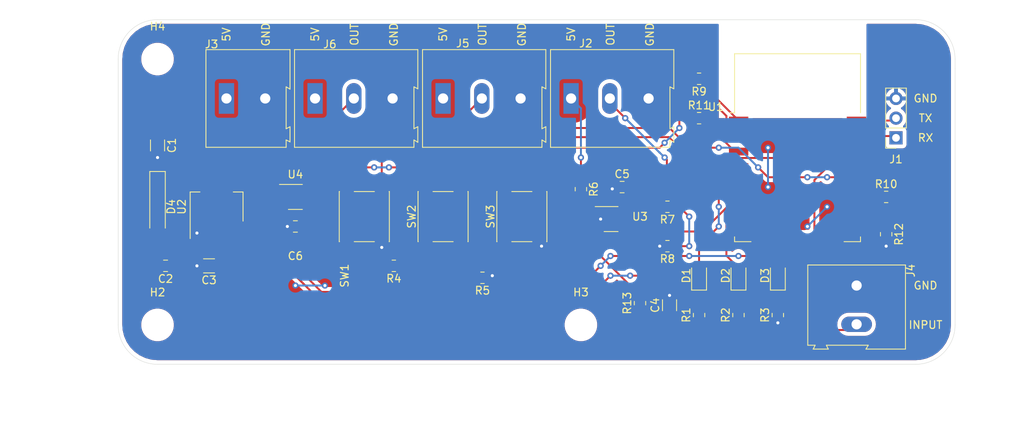
<source format=kicad_pcb>
(kicad_pcb (version 20171130) (host pcbnew 5.1.9-73d0e3b20d~88~ubuntu20.04.1)
  (layers (0 F.Cu signal) (31 B.Cu signal) (34 B.Paste user) (35 F.Paste user) (36 B.SilkS user) (37 F.SilkS user) (38 B.Mask user) (39 F.Mask user) (44 Edge.Cuts user))
  (net 0 "")
  (net 1 GND)
  (net 2 +5V)
  (net 3 +3V3)
  (net 4 "Net-(C4-Pad1)")
  (net 5 /STATE_LED1)
  (net 6 "Net-(D1-Pad1)")
  (net 7 /STATE_LED2)
  (net 8 "Net-(D2-Pad1)")
  (net 9 /STATE_LED3)
  (net 10 "Net-(D3-Pad1)")
  (net 11 "Net-(J1-Pad2)")
  (net 12 "Net-(J1-Pad1)")
  (net 13 "Net-(J2-Pad2)")
  (net 14 "Net-(J4-Pad2)")
  (net 15 "Net-(J5-Pad2)")
  (net 16 "Net-(J6-Pad2)")
  (net 17 /FLASH_BTN)
  (net 18 /MEM_RST)
  (net 19 "Net-(R7-Pad2)")
  (net 20 /PWR_BTN)
  (net 21 /RESET)
  (net 22 "Net-(R10-Pad1)")
  (net 23 "Net-(R11-Pad2)")
  (net 24 "Net-(R12-Pad1)")
  (net 25 "Net-(U1-Pad14)")
  (net 26 "Net-(U1-Pad13)")
  (net 27 "Net-(U1-Pad12)")
  (net 28 "Net-(U1-Pad11)")
  (net 29 "Net-(U1-Pad10)")
  (net 30 "Net-(U1-Pad9)")
  (net 31 /LED_OUTPUT_PIN)
  (net 32 "Net-(U1-Pad2)")
  (module TerminalBlock:TerminalBlock_Altech_AK300-2_P5.00mm (layer F.Cu) (at 74.93 53.34)
    (fp_text reference J3 (at -1.92 -6.99) (layer F.SilkS))
    (fp_text value 5V_POWER_INPUT)
    (pad 2 thru_hole oval (at 5 0) (size 1.98 3.96) (drill 1.32) (layers *.Cu *.Mask) (net 1 GND))
    (pad 1 thru_hole rect (at 0 0) (size 1.98 3.96) (drill 1.32) (layers *.Cu *.Mask) (net 2 +5V))
  )
  (module Resistor_SMD:R_0805_2012Metric_Pad1.20x1.40mm_HandSolder (layer F.Cu) (at 128.27 79.74 90)
    (fp_text reference R13 (at 0 -1.65 90) (layer F.SilkS))
    (fp_text value 2k)
    (pad 2 smd roundrect (at 1 0 90) (size 1.2 1.4) (layers F.Cu F.Paste F.Mask) (roundrect_rratio 0.208333) (net 4 "Net-(C4-Pad1)"))
    (pad 1 smd roundrect (at -1 0 90) (size 1.2 1.4) (layers F.Cu F.Paste F.Mask) (roundrect_rratio 0.208333) (net 14 "Net-(J4-Pad2)"))
  )
  (module Capacitor_SMD:C_0805_2012Metric_Pad1.18x1.45mm_HandSolder (layer F.Cu) (at 83.82 69.85)
    (fp_text reference C6 (at 0 3.81) (layer F.SilkS))
    (fp_text value 150nF)
    (pad 2 smd roundrect (at 1.0375 0) (size 1.175 1.45) (layers F.Cu F.Paste F.Mask) (roundrect_rratio 0.212766) (net 2 +5V))
    (pad 1 smd roundrect (at -1.0375 0) (size 1.175 1.45) (layers F.Cu F.Paste F.Mask) (roundrect_rratio 0.212766) (net 1 GND))
  )
  (module MountingHole:MountingHole_3.2mm_M3 (layer F.Cu) (at 66.04 48.26)
    (fp_text reference H4 (at 0 -4.2) (layer F.SilkS))
    (fp_text value MountingHole)
    (pad 1 np_thru_hole circle (at 0 0) (size 3.2 3.2) (drill 3.2) (layers *.Cu *.Mask))
  )
  (module MountingHole:MountingHole_3.2mm_M3 (layer F.Cu) (at 120.65 82.55)
    (fp_text reference H3 (at 0 -4.2) (layer F.SilkS))
    (fp_text value MountingHole)
    (pad 1 np_thru_hole circle (at 0 0) (size 3.2 3.2) (drill 3.2) (layers *.Cu *.Mask))
  )
  (module MountingHole:MountingHole_3.2mm_M3 (layer F.Cu) (at 66.04 82.55)
    (fp_text reference H2 (at 0 -4.2) (layer F.SilkS))
    (fp_text value MountingHole)
    (pad 1 np_thru_hole circle (at 0 0) (size 3.2 3.2) (drill 3.2) (layers *.Cu *.Mask))
  )
  (module Package_TO_SOT_SMD:SOT-23-6_Handsoldering (layer F.Cu) (at 83.82 66.04)
    (fp_text reference U4 (at 0 -2.9) (layer F.SilkS))
    (fp_text value 74LVC2G17)
    (pad 5 smd rect (at 1.35 0) (size 1.56 0.65) (layers F.Cu F.Paste F.Mask) (net 2 +5V))
    (pad 6 smd rect (at 1.35 -0.95) (size 1.56 0.65) (layers F.Cu F.Paste F.Mask) (net 16 "Net-(J6-Pad2)"))
    (pad 4 smd rect (at 1.35 0.95) (size 1.56 0.65) (layers F.Cu F.Paste F.Mask) (net 15 "Net-(J5-Pad2)"))
    (pad 3 smd rect (at -1.35 0.95) (size 1.56 0.65) (layers F.Cu F.Paste F.Mask) (net 28 "Net-(U1-Pad11)"))
    (pad 2 smd rect (at -1.35 0) (size 1.56 0.65) (layers F.Cu F.Paste F.Mask) (net 1 GND))
    (pad 1 smd rect (at -1.35 -0.95) (size 1.56 0.65) (layers F.Cu F.Paste F.Mask) (net 27 "Net-(U1-Pad12)"))
  )
  (module Package_TO_SOT_SMD:SOT-23-6_Handsoldering (layer F.Cu) (at 124.54 68.9)
    (fp_text reference U3 (at 3.73 -0.32) (layer F.SilkS))
    (fp_text value 74LVC2G17)
    (pad 5 smd rect (at 1.35 0) (size 1.56 0.65) (layers F.Cu F.Paste F.Mask) (net 2 +5V))
    (pad 6 smd rect (at 1.35 -0.95) (size 1.56 0.65) (layers F.Cu F.Paste F.Mask) (net 19 "Net-(R7-Pad2)"))
    (pad 4 smd rect (at 1.35 0.95) (size 1.56 0.65) (layers F.Cu F.Paste F.Mask) (net 13 "Net-(J2-Pad2)"))
    (pad 3 smd rect (at -1.35 0.95) (size 1.56 0.65) (layers F.Cu F.Paste F.Mask) (net 31 /LED_OUTPUT_PIN))
    (pad 2 smd rect (at -1.35 0) (size 1.56 0.65) (layers F.Cu F.Paste F.Mask) (net 1 GND))
    (pad 1 smd rect (at -1.35 -0.95) (size 1.56 0.65) (layers F.Cu F.Paste F.Mask) (net 4 "Net-(C4-Pad1)"))
  )
  (module Package_TO_SOT_SMD:SOT-223-3_TabPin2 (layer F.Cu) (at 73.66 67.31 90)
    (fp_text reference U2 (at 0 -4.5 90) (layer F.SilkS))
    (fp_text value AMS1117-3.3)
    (pad 2 smd rect (at 3.15 0 90) (size 2 3.8) (layers F.Cu F.Paste F.Mask) (net 3 +3V3))
    (pad 2 smd rect (at -3.15 0 90) (size 2 1.5) (layers F.Cu F.Paste F.Mask) (net 3 +3V3))
    (pad 3 smd rect (at -3.15 2.3 90) (size 2 1.5) (layers F.Cu F.Paste F.Mask) (net 2 +5V))
    (pad 1 smd rect (at -3.15 -2.3 90) (size 2 1.5) (layers F.Cu F.Paste F.Mask) (net 1 GND))
  )
  (module RF_Module:ESP-12E (layer F.Cu) (at 148.59 59.69)
    (fp_text reference U1 (at -10.56 -5.26) (layer F.SilkS))
    (fp_text value ESP-12E)
    (pad 22 smd rect (at 7.6 -3.5) (size 2.5 1) (layers F.Cu F.Paste F.Mask) (net 11 "Net-(J1-Pad2)"))
    (pad 21 smd rect (at 7.6 -1.5) (size 2.5 1) (layers F.Cu F.Paste F.Mask) (net 12 "Net-(J1-Pad1)"))
    (pad 20 smd rect (at 7.6 0.5) (size 2.5 1) (layers F.Cu F.Paste F.Mask) (net 18 /MEM_RST))
    (pad 19 smd rect (at 7.6 2.5) (size 2.5 1) (layers F.Cu F.Paste F.Mask) (net 9 /STATE_LED3))
    (pad 18 smd rect (at 7.6 4.5) (size 2.5 1) (layers F.Cu F.Paste F.Mask) (net 17 /FLASH_BTN))
    (pad 17 smd rect (at 7.6 6.5) (size 2.5 1) (layers F.Cu F.Paste F.Mask) (net 22 "Net-(R10-Pad1)"))
    (pad 16 smd rect (at 7.6 8.5) (size 2.5 1) (layers F.Cu F.Paste F.Mask) (net 24 "Net-(R12-Pad1)"))
    (pad 15 smd rect (at 7.6 10.5) (size 2.5 1) (layers F.Cu F.Paste F.Mask) (net 1 GND))
    (pad 14 smd rect (at 5 12) (size 1 1.8) (layers F.Cu F.Paste F.Mask) (net 25 "Net-(U1-Pad14)"))
    (pad 13 smd rect (at 3 12) (size 1 1.8) (layers F.Cu F.Paste F.Mask) (net 26 "Net-(U1-Pad13)"))
    (pad 12 smd rect (at 1 12) (size 1 1.8) (layers F.Cu F.Paste F.Mask) (net 27 "Net-(U1-Pad12)"))
    (pad 11 smd rect (at -1 12) (size 1 1.8) (layers F.Cu F.Paste F.Mask) (net 28 "Net-(U1-Pad11)"))
    (pad 10 smd rect (at -3 12) (size 1 1.8) (layers F.Cu F.Paste F.Mask) (net 29 "Net-(U1-Pad10)"))
    (pad 9 smd rect (at -5 12) (size 1 1.8) (layers F.Cu F.Paste F.Mask) (net 30 "Net-(U1-Pad9)"))
    (pad 8 smd rect (at -7.6 10.5) (size 2.5 1) (layers F.Cu F.Paste F.Mask) (net 3 +3V3))
    (pad 7 smd rect (at -7.6 8.5) (size 2.5 1) (layers F.Cu F.Paste F.Mask) (net 7 /STATE_LED2))
    (pad 6 smd rect (at -7.6 6.5) (size 2.5 1) (layers F.Cu F.Paste F.Mask) (net 31 /LED_OUTPUT_PIN))
    (pad 5 smd rect (at -7.6 4.5) (size 2.5 1) (layers F.Cu F.Paste F.Mask) (net 5 /STATE_LED1))
    (pad 4 smd rect (at -7.6 2.5) (size 2.5 1) (layers F.Cu F.Paste F.Mask) (net 20 /PWR_BTN))
    (pad 3 smd rect (at -7.6 0.5) (size 2.5 1) (layers F.Cu F.Paste F.Mask) (net 23 "Net-(R11-Pad2)"))
    (pad 2 smd rect (at -7.6 -1.5) (size 2.5 1) (layers F.Cu F.Paste F.Mask) (net 32 "Net-(U1-Pad2)"))
    (pad 1 smd rect (at -7.6 -3.5) (size 2.5 1) (layers F.Cu F.Paste F.Mask) (net 21 /RESET))
  )
  (module Button_Switch_SMD:SW_Push_1P1T_NO_6x6mm_H9.5mm (layer F.Cu) (at 113.03 68.58 90)
    (fp_text reference SW3 (at 0 -4.05 90) (layer F.SilkS))
    (fp_text value SW_Push)
    (pad 2 smd rect (at 3.975 2.25 90) (size 1.55 1.3) (layers F.Cu F.Paste F.Mask) (net 1 GND))
    (pad 1 smd rect (at 3.975 -2.25 90) (size 1.55 1.3) (layers F.Cu F.Paste F.Mask) (net 21 /RESET))
    (pad 1 smd rect (at -3.975 -2.25 90) (size 1.55 1.3) (layers F.Cu F.Paste F.Mask) (net 21 /RESET))
    (pad 2 smd rect (at -3.975 2.25 90) (size 1.55 1.3) (layers F.Cu F.Paste F.Mask) (net 1 GND))
  )
  (module Button_Switch_SMD:SW_Push_1P1T_NO_6x6mm_H9.5mm (layer F.Cu) (at 102.87 68.58 90)
    (fp_text reference SW2 (at 0 -4.05 90) (layer F.SilkS))
    (fp_text value SW_Push)
    (pad 2 smd rect (at 3.975 2.25 90) (size 1.55 1.3) (layers F.Cu F.Paste F.Mask) (net 18 /MEM_RST))
    (pad 1 smd rect (at 3.975 -2.25 90) (size 1.55 1.3) (layers F.Cu F.Paste F.Mask) (net 3 +3V3))
    (pad 1 smd rect (at -3.975 -2.25 90) (size 1.55 1.3) (layers F.Cu F.Paste F.Mask) (net 3 +3V3))
    (pad 2 smd rect (at -3.975 2.25 90) (size 1.55 1.3) (layers F.Cu F.Paste F.Mask) (net 18 /MEM_RST))
  )
  (module Button_Switch_SMD:SW_Push_1P1T_NO_6x6mm_H9.5mm (layer F.Cu) (at 92.71 68.58 90)
    (fp_text reference SW1 (at -7.62 -2.54 90) (layer F.SilkS))
    (fp_text value SW_Push)
    (pad 2 smd rect (at 3.975 2.25 90) (size 1.55 1.3) (layers F.Cu F.Paste F.Mask) (net 1 GND))
    (pad 1 smd rect (at 3.975 -2.25 90) (size 1.55 1.3) (layers F.Cu F.Paste F.Mask) (net 17 /FLASH_BTN))
    (pad 1 smd rect (at -3.975 -2.25 90) (size 1.55 1.3) (layers F.Cu F.Paste F.Mask) (net 17 /FLASH_BTN))
    (pad 2 smd rect (at -3.975 2.25 90) (size 1.55 1.3) (layers F.Cu F.Paste F.Mask) (net 1 GND))
  )
  (module Resistor_SMD:R_0805_2012Metric_Pad1.20x1.40mm_HandSolder (layer F.Cu) (at 160.02 70.85 270)
    (fp_text reference R12 (at 0 -1.65 90) (layer F.SilkS))
    (fp_text value 10k)
    (pad 2 smd roundrect (at 1 0 270) (size 1.2 1.4) (layers F.Cu F.Paste F.Mask) (roundrect_rratio 0.208333) (net 1 GND))
    (pad 1 smd roundrect (at -1 0 270) (size 1.2 1.4) (layers F.Cu F.Paste F.Mask) (roundrect_rratio 0.208333) (net 24 "Net-(R12-Pad1)"))
  )
  (module Resistor_SMD:R_0805_2012Metric_Pad1.20x1.40mm_HandSolder (layer F.Cu) (at 135.89 55.88)
    (fp_text reference R11 (at 0 -1.65) (layer F.SilkS))
    (fp_text value 10k)
    (pad 2 smd roundrect (at 1 0) (size 1.2 1.4) (layers F.Cu F.Paste F.Mask) (roundrect_rratio 0.208333) (net 23 "Net-(R11-Pad2)"))
    (pad 1 smd roundrect (at -1 0) (size 1.2 1.4) (layers F.Cu F.Paste F.Mask) (roundrect_rratio 0.208333) (net 3 +3V3))
  )
  (module Resistor_SMD:R_0805_2012Metric_Pad1.20x1.40mm_HandSolder (layer F.Cu) (at 160.02 66.04)
    (fp_text reference R10 (at 0 -1.65) (layer F.SilkS))
    (fp_text value 10k)
    (pad 2 smd roundrect (at 1 0) (size 1.2 1.4) (layers F.Cu F.Paste F.Mask) (roundrect_rratio 0.208333) (net 3 +3V3))
    (pad 1 smd roundrect (at -1 0) (size 1.2 1.4) (layers F.Cu F.Paste F.Mask) (roundrect_rratio 0.208333) (net 22 "Net-(R10-Pad1)"))
  )
  (module Resistor_SMD:R_0805_2012Metric_Pad1.20x1.40mm_HandSolder (layer F.Cu) (at 135.89 50.8 180)
    (fp_text reference R9 (at 0 -1.65) (layer F.SilkS))
    (fp_text value 10k)
    (pad 2 smd roundrect (at 1 0 180) (size 1.2 1.4) (layers F.Cu F.Paste F.Mask) (roundrect_rratio 0.208333) (net 3 +3V3))
    (pad 1 smd roundrect (at -1 0 180) (size 1.2 1.4) (layers F.Cu F.Paste F.Mask) (roundrect_rratio 0.208333) (net 21 /RESET))
  )
  (module Resistor_SMD:R_0805_2012Metric_Pad1.20x1.40mm_HandSolder (layer F.Cu) (at 131.81 72.39 180)
    (fp_text reference R8 (at 0 -1.65) (layer F.SilkS))
    (fp_text value 10k)
    (pad 2 smd roundrect (at 1 0 180) (size 1.2 1.4) (layers F.Cu F.Paste F.Mask) (roundrect_rratio 0.208333) (net 1 GND))
    (pad 1 smd roundrect (at -1 0 180) (size 1.2 1.4) (layers F.Cu F.Paste F.Mask) (roundrect_rratio 0.208333) (net 20 /PWR_BTN))
  )
  (module Resistor_SMD:R_0805_2012Metric_Pad1.20x1.40mm_HandSolder (layer F.Cu) (at 131.81 67.31 180)
    (fp_text reference R7 (at 0 -1.65) (layer F.SilkS))
    (fp_text value 5.1k)
    (pad 2 smd roundrect (at 1 0 180) (size 1.2 1.4) (layers F.Cu F.Paste F.Mask) (roundrect_rratio 0.208333) (net 19 "Net-(R7-Pad2)"))
    (pad 1 smd roundrect (at -1 0 180) (size 1.2 1.4) (layers F.Cu F.Paste F.Mask) (roundrect_rratio 0.208333) (net 20 /PWR_BTN))
  )
  (module Resistor_SMD:R_0805_2012Metric_Pad1.20x1.40mm_HandSolder (layer F.Cu) (at 120.65 65.04 270)
    (fp_text reference R6 (at 0 -1.65 90) (layer F.SilkS))
    (fp_text value 20k)
    (pad 2 smd roundrect (at 1 0 270) (size 1.2 1.4) (layers F.Cu F.Paste F.Mask) (roundrect_rratio 0.208333) (net 4 "Net-(C4-Pad1)"))
    (pad 1 smd roundrect (at -1 0 270) (size 1.2 1.4) (layers F.Cu F.Paste F.Mask) (roundrect_rratio 0.208333) (net 2 +5V))
  )
  (module Resistor_SMD:R_0805_2012Metric_Pad1.20x1.40mm_HandSolder (layer F.Cu) (at 107.95 76.47 180)
    (fp_text reference R5 (at 0 -1.65) (layer F.SilkS))
    (fp_text value 10K)
    (pad 2 smd roundrect (at 1 0 180) (size 1.2 1.4) (layers F.Cu F.Paste F.Mask) (roundrect_rratio 0.208333) (net 18 /MEM_RST))
    (pad 1 smd roundrect (at -1 0 180) (size 1.2 1.4) (layers F.Cu F.Paste F.Mask) (roundrect_rratio 0.208333) (net 1 GND))
  )
  (module Resistor_SMD:R_0805_2012Metric_Pad1.20x1.40mm_HandSolder (layer F.Cu) (at 96.52 74.93 180)
    (fp_text reference R4 (at 0 -1.65) (layer F.SilkS))
    (fp_text value 10K)
    (pad 2 smd roundrect (at 1 0 180) (size 1.2 1.4) (layers F.Cu F.Paste F.Mask) (roundrect_rratio 0.208333) (net 17 /FLASH_BTN))
    (pad 1 smd roundrect (at -1 0 180) (size 1.2 1.4) (layers F.Cu F.Paste F.Mask) (roundrect_rratio 0.208333) (net 3 +3V3))
  )
  (module Resistor_SMD:R_0805_2012Metric_Pad1.20x1.40mm_HandSolder (layer F.Cu) (at 146.05 81.28 90)
    (fp_text reference R3 (at 0 -1.65 90) (layer F.SilkS))
    (fp_text value 150R)
    (pad 2 smd roundrect (at 1 0 90) (size 1.2 1.4) (layers F.Cu F.Paste F.Mask) (roundrect_rratio 0.208333) (net 10 "Net-(D3-Pad1)"))
    (pad 1 smd roundrect (at -1 0 90) (size 1.2 1.4) (layers F.Cu F.Paste F.Mask) (roundrect_rratio 0.208333) (net 1 GND))
  )
  (module Resistor_SMD:R_0805_2012Metric_Pad1.20x1.40mm_HandSolder (layer F.Cu) (at 140.97 81.28 90)
    (fp_text reference R2 (at 0 -1.65 90) (layer F.SilkS))
    (fp_text value 150R)
    (pad 2 smd roundrect (at 1 0 90) (size 1.2 1.4) (layers F.Cu F.Paste F.Mask) (roundrect_rratio 0.208333) (net 8 "Net-(D2-Pad1)"))
    (pad 1 smd roundrect (at -1 0 90) (size 1.2 1.4) (layers F.Cu F.Paste F.Mask) (roundrect_rratio 0.208333) (net 1 GND))
  )
  (module Resistor_SMD:R_0805_2012Metric_Pad1.20x1.40mm_HandSolder (layer F.Cu) (at 135.89 81.28 90)
    (fp_text reference R1 (at 0 -1.65 90) (layer F.SilkS))
    (fp_text value 150R)
    (pad 2 smd roundrect (at 1 0 90) (size 1.2 1.4) (layers F.Cu F.Paste F.Mask) (roundrect_rratio 0.208333) (net 6 "Net-(D1-Pad1)"))
    (pad 1 smd roundrect (at -1 0 90) (size 1.2 1.4) (layers F.Cu F.Paste F.Mask) (roundrect_rratio 0.208333) (net 1 GND))
  )
  (module TerminalBlock:TerminalBlock_Altech_AK300-3_P5.00mm (layer F.Cu) (at 86.36 53.34)
    (fp_text reference J6 (at 1.905 -6.985) (layer F.SilkS))
    (fp_text value LED_STRIP_OUTPUT2)
    (pad 3 thru_hole oval (at 10 0) (size 1.98 3.96) (drill 1.32) (layers *.Cu *.Mask) (net 1 GND))
    (pad 2 thru_hole oval (at 5 0) (size 1.98 3.96) (drill 1.32) (layers *.Cu *.Mask) (net 16 "Net-(J6-Pad2)"))
    (pad 1 thru_hole rect (at 0 0) (size 1.98 3.96) (drill 1.32) (layers *.Cu *.Mask) (net 2 +5V))
  )
  (module TerminalBlock:TerminalBlock_Altech_AK300-3_P5.00mm (layer F.Cu) (at 102.87 53.34)
    (fp_text reference J5 (at 2.54 -7.1) (layer F.SilkS))
    (fp_text value LED_STRIP_OUTPUT1)
    (pad 3 thru_hole oval (at 10 0) (size 1.98 3.96) (drill 1.32) (layers *.Cu *.Mask) (net 1 GND))
    (pad 2 thru_hole oval (at 5 0) (size 1.98 3.96) (drill 1.32) (layers *.Cu *.Mask) (net 15 "Net-(J5-Pad2)"))
    (pad 1 thru_hole rect (at 0 0) (size 1.98 3.96) (drill 1.32) (layers *.Cu *.Mask) (net 2 +5V))
  )
  (module TerminalBlock:TerminalBlock_Altech_AK300-2_P5.00mm (layer F.Cu) (at 156.21 77.47 270)
    (fp_text reference J4 (at -1.92 -6.99 90) (layer F.SilkS))
    (fp_text value PWR_BTN)
    (pad 2 thru_hole oval (at 5 0 270) (size 1.98 3.96) (drill 1.32) (layers *.Cu *.Mask) (net 14 "Net-(J4-Pad2)"))
    (pad 1 thru_hole rect (at 0 0 270) (size 1.98 3.96) (drill 1.32) (layers *.Cu *.Mask) (net 1 GND))
  )
  (module TerminalBlock:TerminalBlock_Altech_AK300-3_P5.00mm (layer F.Cu) (at 119.38 53.34)
    (fp_text reference J2 (at 1.905 -7.1) (layer F.SilkS))
    (fp_text value LED_STRIP_OUTPUT0)
    (pad 3 thru_hole oval (at 10 0) (size 1.98 3.96) (drill 1.32) (layers *.Cu *.Mask) (net 1 GND))
    (pad 2 thru_hole oval (at 5 0) (size 1.98 3.96) (drill 1.32) (layers *.Cu *.Mask) (net 13 "Net-(J2-Pad2)"))
    (pad 1 thru_hole rect (at 0 0) (size 1.98 3.96) (drill 1.32) (layers *.Cu *.Mask) (net 2 +5V))
  )
  (module Connector_PinSocket_2.54mm:PinSocket_1x03_P2.54mm_Vertical (layer F.Cu) (at 161.29 58.42 180)
    (fp_text reference J1 (at 0 -2.77) (layer F.SilkS))
    (fp_text value UART)
    (pad 3 thru_hole oval (at 0 5.08 180) (size 1.7 1.7) (drill 1) (layers *.Cu *.Mask) (net 1 GND))
    (pad 2 thru_hole oval (at 0 2.54 180) (size 1.7 1.7) (drill 1) (layers *.Cu *.Mask) (net 11 "Net-(J1-Pad2)"))
    (pad 1 thru_hole rect (at 0 0 180) (size 1.7 1.7) (drill 1) (layers *.Cu *.Mask) (net 12 "Net-(J1-Pad1)"))
  )
  (module Diode_SMD:D_MiniMELF_Handsoldering (layer F.Cu) (at 66.04 67.31 270)
    (fp_text reference D4 (at 0 -1.75 90) (layer F.SilkS))
    (fp_text value PWR_DIODE)
    (pad 2 smd rect (at 2.75 0 270) (size 3.3 1.7) (layers F.Cu F.Paste F.Mask) (net 3 +3V3))
    (pad 1 smd rect (at -2.75 0 270) (size 3.3 1.7) (layers F.Cu F.Paste F.Mask) (net 2 +5V))
  )
  (module LED_SMD:LED_0805_2012Metric_Pad1.15x1.40mm_HandSolder (layer F.Cu) (at 146.05 76.2 90)
    (fp_text reference D3 (at 0 -1.65 90) (layer F.SilkS))
    (fp_text value STATUS)
    (pad 2 smd roundrect (at 1.025 0 90) (size 1.15 1.4) (layers F.Cu F.Paste F.Mask) (roundrect_rratio 0.217391) (net 9 /STATE_LED3))
    (pad 1 smd roundrect (at -1.025 0 90) (size 1.15 1.4) (layers F.Cu F.Paste F.Mask) (roundrect_rratio 0.217391) (net 10 "Net-(D3-Pad1)"))
  )
  (module LED_SMD:LED_0805_2012Metric_Pad1.15x1.40mm_HandSolder (layer F.Cu) (at 140.97 76.2 90)
    (fp_text reference D2 (at 0 -1.65 90) (layer F.SilkS))
    (fp_text value CON)
    (pad 2 smd roundrect (at 1.025 0 90) (size 1.15 1.4) (layers F.Cu F.Paste F.Mask) (roundrect_rratio 0.217391) (net 7 /STATE_LED2))
    (pad 1 smd roundrect (at -1.025 0 90) (size 1.15 1.4) (layers F.Cu F.Paste F.Mask) (roundrect_rratio 0.217391) (net 8 "Net-(D2-Pad1)"))
  )
  (module LED_SMD:LED_0805_2012Metric_Pad1.15x1.40mm_HandSolder (layer F.Cu) (at 135.89 76.2 90)
    (fp_text reference D1 (at 0 -1.65 90) (layer F.SilkS))
    (fp_text value NOT_CON)
    (pad 2 smd roundrect (at 1.025 0 90) (size 1.15 1.4) (layers F.Cu F.Paste F.Mask) (roundrect_rratio 0.217391) (net 5 /STATE_LED1))
    (pad 1 smd roundrect (at -1.025 0 90) (size 1.15 1.4) (layers F.Cu F.Paste F.Mask) (roundrect_rratio 0.217391) (net 6 "Net-(D1-Pad1)"))
  )
  (module Capacitor_SMD:C_0805_2012Metric_Pad1.18x1.45mm_HandSolder (layer F.Cu) (at 125.9625 64.77)
    (fp_text reference C5 (at 0 -1.68) (layer F.SilkS))
    (fp_text value 150nF)
    (pad 2 smd roundrect (at 1.0375 0) (size 1.175 1.45) (layers F.Cu F.Paste F.Mask) (roundrect_rratio 0.212766) (net 2 +5V))
    (pad 1 smd roundrect (at -1.0375 0) (size 1.175 1.45) (layers F.Cu F.Paste F.Mask) (roundrect_rratio 0.212766) (net 1 GND))
  )
  (module Capacitor_SMD:C_1206_3216Metric_Pad1.33x1.80mm_HandSolder (layer F.Cu) (at 132.08 80.01 90)
    (fp_text reference C4 (at 0 -1.85 90) (layer F.SilkS))
    (fp_text value 1uF)
    (pad 2 smd roundrect (at 1.5625 0 90) (size 1.325 1.8) (layers F.Cu F.Paste F.Mask) (roundrect_rratio 0.188679) (net 1 GND))
    (pad 1 smd roundrect (at -1.5625 0 90) (size 1.325 1.8) (layers F.Cu F.Paste F.Mask) (roundrect_rratio 0.188679) (net 4 "Net-(C4-Pad1)"))
  )
  (module Capacitor_SMD:C_1206_3216Metric_Pad1.33x1.80mm_HandSolder (layer F.Cu) (at 72.6825 74.93 180)
    (fp_text reference C3 (at 0 -1.85) (layer F.SilkS))
    (fp_text value 1uF)
    (pad 2 smd roundrect (at 1.5625 0 180) (size 1.325 1.8) (layers F.Cu F.Paste F.Mask) (roundrect_rratio 0.188679) (net 1 GND))
    (pad 1 smd roundrect (at -1.5625 0 180) (size 1.325 1.8) (layers F.Cu F.Paste F.Mask) (roundrect_rratio 0.188679) (net 3 +3V3))
  )
  (module Capacitor_SMD:C_0805_2012Metric_Pad1.18x1.45mm_HandSolder (layer F.Cu) (at 67.0775 74.93 180)
    (fp_text reference C2 (at 0 -1.68) (layer F.SilkS))
    (fp_text value 150nF)
    (pad 2 smd roundrect (at 1.0375 0 180) (size 1.175 1.45) (layers F.Cu F.Paste F.Mask) (roundrect_rratio 0.212766) (net 1 GND))
    (pad 1 smd roundrect (at -1.0375 0 180) (size 1.175 1.45) (layers F.Cu F.Paste F.Mask) (roundrect_rratio 0.212766) (net 3 +3V3))
  )
  (module Capacitor_SMD:C_1206_3216Metric_Pad1.33x1.80mm_HandSolder (layer F.Cu) (at 66.04 59.3975 270)
    (fp_text reference C1 (at 0 -1.85 90) (layer F.SilkS))
    (fp_text value 1uF)
    (pad 2 smd roundrect (at 1.5625 0 270) (size 1.325 1.8) (layers F.Cu F.Paste F.Mask) (roundrect_rratio 0.188679) (net 1 GND))
    (pad 1 smd roundrect (at -1.5625 0 270) (size 1.325 1.8) (layers F.Cu F.Paste F.Mask) (roundrect_rratio 0.188679) (net 2 +5V))
  )
  (gr_text "INPUT\n" (at 165.1 82.55) (layer F.SilkS) (effects (font (size 1 1))))
  (gr_text GND (at 165.1 77.47) (layer F.SilkS) (effects (font (size 1 1))))
  (gr_text GND (at 129.54 45.085 90) (layer F.SilkS) (effects (font (size 1 1))))
  (gr_text "OUT\n" (at 124.46 45.085 90) (layer F.SilkS) (effects (font (size 1 1))))
  (gr_text "5V\n" (at 119.38 45.085 90) (layer F.SilkS) (effects (font (size 1 1))))
  (gr_text "OUT\n" (at 107.95 45.085 90) (layer F.SilkS) (effects (font (size 1 1))))
  (gr_text "GND\n" (at 113.03 45.085 90) (layer F.SilkS) (effects (font (size 1 1))))
  (gr_text 5V (at 102.87 45.085 90) (layer F.SilkS) (effects (font (size 1 1))))
  (gr_text GND (at 96.52 45.085 90) (layer F.SilkS) (effects (font (size 1 1))))
  (gr_text "OUT\n" (at 91.44 45.085 90) (layer F.SilkS) (effects (font (size 1 1))))
  (gr_text "5V\n" (at 86.36 45.085 90) (layer F.SilkS) (effects (font (size 1 1))))
  (gr_text "GND\n" (at 80.01 45.085 90) (layer F.SilkS) (effects (font (size 1 1))))
  (gr_text "5V\n" (at 74.93 45.085 90) (layer F.SilkS) (effects (font (size 1 1))))
  (gr_text "RX\n" (at 165.1 58.42) (layer F.SilkS) (effects (font (size 1 1))))
  (gr_text "TX\n" (at 165.1 55.88) (layer F.SilkS) (effects (font (size 1 1))))
  (gr_text "GND\n" (at 165.1 53.34) (layer F.SilkS) (effects (font (size 1 1))))
  (gr_line (start 60.96 48.26) (end 60.96 49.53) (layer Edge.Cuts) (width 0.05))
  (gr_line (start 163.83 43.18) (end 162.56 43.18) (layer Edge.Cuts) (width 0.05))
  (gr_line (start 168.91 48.26) (end 168.91 49.53) (layer Edge.Cuts) (width 0.05))
  (gr_line (start 163.83 87.63) (end 66.04 87.63) (layer Edge.Cuts) (width 0.05))
  (gr_line (start 168.91 49.53) (end 168.91 82.55) (layer Edge.Cuts) (width 0.05))
  (gr_arc (start 163.83 82.55) (end 163.83 87.63) (angle -90) (layer Edge.Cuts) (width 0.05))
  (gr_arc (start 163.83 48.26) (end 168.91 48.26) (angle -90) (layer Edge.Cuts) (width 0.05))
  (gr_line (start 60.96 82.55) (end 60.96 49.53) (layer Edge.Cuts) (width 0.05))
  (gr_arc (start 66.04 82.55) (end 60.96 82.55) (angle -90) (layer Edge.Cuts) (width 0.05))
  (gr_arc (start 66.04 48.26) (end 66.04 43.18) (angle -90) (layer Edge.Cuts) (width 0.05))
  (gr_line (start 162.56 43.18) (end 66.04 43.18) (layer Edge.Cuts) (width 0.05))
  (via (at 160.02 72.39) (size 0.8) (drill 0.4) (layers F.Cu B.Cu) (net 1))
  (via (at 109.22 76.2) (size 0.8) (drill 0.4) (layers F.Cu B.Cu) (net 1))
  (via (at 66.04 60.96) (size 0.8) (drill 0.4) (layers F.Cu B.Cu) (net 1))
  (segment (start 115.28 64.605) (end 115.28 72.555) (width 0.25) (layer F.Cu) (net 1))
  (segment (start 94.96 64.605) (end 94.96 72.555) (width 0.25) (layer F.Cu) (net 1))
  (segment (start 94.96 54.74) (end 96.36 53.34) (width 0.25) (layer F.Cu) (net 1))
  (segment (start 94.96 64.605) (end 94.96 54.74) (width 0.25) (layer F.Cu) (net 1))
  (segment (start 71.12 70.7) (end 71.12 70.7) (width 0.25) (layer F.Cu) (net 1))
  (segment (start 124.784999 64.910001) (end 124.925 64.77) (width 0.25) (layer F.Cu) (net 1))
  (segment (start 124.46 65.235) (end 124.6925 65.0025) (width 0.25) (layer F.Cu) (net 1))
  (segment (start 123.19 68.9) (end 123.19 68.9) (width 0.25) (layer F.Cu) (net 1))
  (segment (start 132.08 78.4475) (end 132.08 78.47) (width 0.25) (layer F.Cu) (net 1))
  (segment (start 157.85 71.85) (end 156.19 70.19) (width 0.25) (layer F.Cu) (net 1))
  (segment (start 160.02 71.85) (end 157.85 71.85) (width 0.25) (layer F.Cu) (net 1))
  (via (at 115.57 72.39) (size 0.8) (drill 0.4) (layers F.Cu B.Cu) (net 1))
  (via (at 130.81 72.39) (size 0.8) (drill 0.4) (layers F.Cu B.Cu) (net 1))
  (via (at 132.08 78.74) (size 0.8) (drill 0.4) (layers F.Cu B.Cu) (net 1))
  (segment (start 70.06999 75.98001) (end 71.12 74.93) (width 0.25) (layer F.Cu) (net 1))
  (segment (start 67.09001 75.98001) (end 70.06999 75.98001) (width 0.25) (layer F.Cu) (net 1))
  (segment (start 66.04 74.93) (end 67.09001 75.98001) (width 0.25) (layer F.Cu) (net 1))
  (segment (start 71.12 70.7) (end 71.12 70.7) (width 0.25) (layer F.Cu) (net 1))
  (segment (start 71.12 74.93) (end 71.12 74.93) (width 0.25) (layer F.Cu) (net 1))
  (via (at 71.12 74.93) (size 0.8) (drill 0.4) (layers F.Cu B.Cu) (net 1))
  (segment (start 71.12 70.7) (end 71.36 70.46) (width 0.25) (layer F.Cu) (net 1))
  (via (at 71.12 70.7) (size 0.8) (drill 0.4) (layers F.Cu B.Cu) (net 1))
  (via (at 82.7825 69.85) (size 0.8) (drill 0.4) (layers F.Cu B.Cu) (net 1))
  (segment (start 94.96 72.555) (end 94.96 72.555) (width 0.25) (layer F.Cu) (net 1))
  (via (at 94.96 72.555) (size 0.8) (drill 0.4) (layers F.Cu B.Cu) (net 1))
  (segment (start 83.5 66.04) (end 82.47 66.04) (width 0.25) (layer F.Cu) (net 1))
  (segment (start 83.575001 66.115001) (end 83.5 66.04) (width 0.25) (layer F.Cu) (net 1))
  (segment (start 83.575001 69.057499) (end 83.575001 66.115001) (width 0.25) (layer F.Cu) (net 1))
  (segment (start 82.7825 69.85) (end 83.575001 69.057499) (width 0.25) (layer F.Cu) (net 1))
  (via (at 123.19 68.9) (size 0.8) (drill 0.4) (layers F.Cu B.Cu) (net 1))
  (segment (start 124.6925 65.0025) (end 124.925 64.77) (width 0.25) (layer F.Cu) (net 1))
  (via (at 124.6925 65.0025) (size 0.8) (drill 0.4) (layers F.Cu B.Cu) (net 1))
  (segment (start 135.89 82.28) (end 140.97 82.28) (width 0.25) (layer F.Cu) (net 1))
  (segment (start 140.97 82.28) (end 146.05 82.28) (width 0.25) (layer F.Cu) (net 1))
  (segment (start 146.05 82.28) (end 146.05 82.28) (width 0.25) (layer F.Cu) (net 1))
  (via (at 146.05 82.28) (size 0.8) (drill 0.4) (layers F.Cu B.Cu) (net 1))
  (segment (start 84.064999 66.115001) (end 84.14 66.04) (width 0.25) (layer F.Cu) (net 2))
  (segment (start 75.96 70.424998) (end 75.96 70.46) (width 0.25) (layer F.Cu) (net 2))
  (segment (start 84.429998 66.04) (end 85.17 66.04) (width 0.25) (layer F.Cu) (net 2))
  (segment (start 84.064999 65.675001) (end 84.429998 66.04) (width 0.25) (layer F.Cu) (net 2))
  (segment (start 84.064999 64.994997) (end 84.064999 65.675001) (width 0.25) (layer F.Cu) (net 2))
  (segment (start 83.510001 64.439999) (end 84.064999 64.994997) (width 0.25) (layer F.Cu) (net 2))
  (segment (start 80.730001 64.439999) (end 83.510001 64.439999) (width 0.25) (layer F.Cu) (net 2))
  (segment (start 75.96 70.46) (end 75.96 69.21) (width 0.25) (layer F.Cu) (net 2))
  (segment (start 120.65 54.61) (end 119.38 53.34) (width 0.25) (layer F.Cu) (net 2))
  (segment (start 124.784999 66.985001) (end 127 64.77) (width 0.25) (layer F.Cu) (net 2))
  (segment (start 124.784999 68.824999) (end 124.784999 66.985001) (width 0.25) (layer F.Cu) (net 2))
  (segment (start 124.86 68.9) (end 124.784999 68.824999) (width 0.25) (layer F.Cu) (net 2))
  (segment (start 125.89 68.9) (end 124.86 68.9) (width 0.25) (layer F.Cu) (net 2))
  (segment (start 120.97001 63.71999) (end 120.65 64.04) (width 0.25) (layer F.Cu) (net 2))
  (segment (start 125.94999 63.71999) (end 120.97001 63.71999) (width 0.25) (layer F.Cu) (net 2))
  (segment (start 127 64.77) (end 125.94999 63.71999) (width 0.25) (layer F.Cu) (net 2))
  (segment (start 74.93 49.53) (end 77.47 46.99) (width 6.35) (layer F.Cu) (net 2))
  (segment (start 86.36 53.34) (end 86.36 52.07) (width 0.25) (layer F.Cu) (net 2))
  (segment (start 102.87 53.34) (end 102.87 49.53) (width 6.35) (layer F.Cu) (net 2))
  (segment (start 102.87 49.53) (end 100.33 46.99) (width 0.25) (layer F.Cu) (net 2))
  (segment (start 113.03 46.99) (end 118.11 46.99) (width 6.35) (layer F.Cu) (net 2))
  (segment (start 119.38 48.26) (end 119.38 46.99) (width 0.25) (layer F.Cu) (net 2))
  (segment (start 86.36 48.26) (end 87.63 46.99) (width 0.25) (layer F.Cu) (net 2))
  (segment (start 87.63 46.99) (end 113.03 46.99) (width 6.35) (layer F.Cu) (net 2))
  (segment (start 77.47 46.99) (end 87.63 46.99) (width 6.35) (layer F.Cu) (net 2))
  (segment (start 74.93 53.34) (end 74.93 49.53) (width 6.35) (layer F.Cu) (net 2))
  (segment (start 119.38 48.26) (end 118.11 46.99) (width 6.35) (layer F.Cu) (net 2))
  (segment (start 119.38 53.34) (end 119.38 48.26) (width 6.35) (layer F.Cu) (net 2))
  (segment (start 79.684999 65.485001) (end 80.730001 64.439999) (width 0.25) (layer F.Cu) (net 2))
  (segment (start 77.665 67.505) (end 80.730001 64.439999) (width 0.25) (layer F.Cu) (net 2))
  (segment (start 75.96 69.21) (end 77.665 67.505) (width 0.25) (layer F.Cu) (net 2))
  (segment (start 86.36 53.34) (end 86.36 48.26) (width 6.35) (layer F.Cu) (net 2))
  (segment (start 80.730001 59.140001) (end 74.93 53.34) (width 0.25) (layer F.Cu) (net 2))
  (segment (start 80.730001 64.439999) (end 80.730001 59.140001) (width 0.25) (layer F.Cu) (net 2))
  (segment (start 66.725 57.835) (end 66.04 57.835) (width 0.25) (layer F.Cu) (net 2))
  (segment (start 84.025011 69.017511) (end 84.8575 69.85) (width 0.25) (layer F.Cu) (net 2))
  (segment (start 84.025011 66.154989) (end 84.025011 69.017511) (width 0.25) (layer F.Cu) (net 2))
  (segment (start 84.14 66.04) (end 84.025011 66.154989) (width 0.25) (layer F.Cu) (net 2))
  (segment (start 85.17 66.04) (end 84.14 66.04) (width 0.25) (layer F.Cu) (net 2))
  (segment (start 70.535 53.34) (end 66.04 57.835) (width 0.25) (layer F.Cu) (net 2))
  (segment (start 74.93 53.34) (end 70.535 53.34) (width 0.25) (layer F.Cu) (net 2))
  (segment (start 66.04 64.56) (end 65.83 64.56) (width 0.25) (layer F.Cu) (net 2))
  (segment (start 66.04 64.56) (end 64.56 64.56) (width 0.25) (layer F.Cu) (net 2))
  (segment (start 64.56 64.56) (end 63.5 63.5) (width 0.25) (layer F.Cu) (net 2))
  (segment (start 63.5 60.375) (end 66.04 57.835) (width 0.25) (layer F.Cu) (net 2))
  (segment (start 63.5 63.5) (end 63.5 60.375) (width 0.25) (layer F.Cu) (net 2))
  (segment (start 120.65 64.04) (end 120.65 60.96) (width 0.25) (layer F.Cu) (net 2))
  (segment (start 120.65 60.96) (end 120.65 60.96) (width 0.25) (layer F.Cu) (net 2))
  (via (at 120.65 60.96) (size 0.8) (drill 0.4) (layers F.Cu B.Cu) (net 2))
  (segment (start 120.65 54.61) (end 119.38 53.34) (width 0.25) (layer B.Cu) (net 2))
  (segment (start 120.65 60.96) (end 120.65 54.61) (width 0.25) (layer B.Cu) (net 2))
  (segment (start 97.52 74.93) (end 97.52 74.385) (width 0.25) (layer F.Cu) (net 3))
  (segment (start 100.62 64.605) (end 100.62 72.555) (width 0.25) (layer F.Cu) (net 3))
  (segment (start 157.700001 65.015001) (end 154.694999 65.015001) (width 0.25) (layer F.Cu) (net 3))
  (segment (start 157.712501 65.002501) (end 157.700001 65.015001) (width 0.25) (layer F.Cu) (net 3))
  (segment (start 159.982501 65.002501) (end 157.712501 65.002501) (width 0.25) (layer F.Cu) (net 3))
  (segment (start 161.02 66.04) (end 159.982501 65.002501) (width 0.25) (layer F.Cu) (net 3))
  (segment (start 154.694999 65.015001) (end 152.4 67.31) (width 0.25) (layer F.Cu) (net 3))
  (segment (start 152.4 67.31) (end 152.4 67.31) (width 0.25) (layer F.Cu) (net 3))
  (via (at 152.4 67.31) (size 0.8) (drill 0.4) (layers F.Cu B.Cu) (net 3))
  (segment (start 152.4 67.31) (end 149.86 69.85) (width 0.25) (layer B.Cu) (net 3))
  (segment (start 149.86 69.85) (end 149.86 69.85) (width 0.25) (layer B.Cu) (net 3))
  (via (at 149.86 69.85) (size 0.8) (drill 0.4) (layers F.Cu B.Cu) (net 3))
  (segment (start 149.52 70.19) (end 149.86 69.85) (width 0.25) (layer F.Cu) (net 3))
  (segment (start 140.99 70.19) (end 149.52 70.19) (width 0.25) (layer F.Cu) (net 3))
  (segment (start 144.78 59.69) (end 144.78 59.69) (width 0.25) (layer F.Cu) (net 3))
  (via (at 144.78 59.69) (size 0.8) (drill 0.4) (layers F.Cu B.Cu) (net 3))
  (segment (start 144.78 59.69) (end 144.78 63.5) (width 0.25) (layer B.Cu) (net 3))
  (via (at 144.78 64.77) (size 0.8) (drill 0.4) (layers F.Cu B.Cu) (net 3))
  (segment (start 144.78 63.5) (end 144.78 64.77) (width 0.25) (layer B.Cu) (net 3))
  (segment (start 142.49 70.19) (end 144.78 67.9) (width 0.25) (layer F.Cu) (net 3))
  (segment (start 144.78 67.9) (end 144.78 64.77) (width 0.25) (layer F.Cu) (net 3))
  (segment (start 140.99 70.19) (end 142.49 70.19) (width 0.25) (layer F.Cu) (net 3))
  (segment (start 134.89 50.8) (end 134.89 51.07) (width 0.25) (layer F.Cu) (net 3))
  (segment (start 139.829997 57.364999) (end 142.454999 57.364999) (width 0.25) (layer F.Cu) (net 3))
  (segment (start 142.454999 57.364999) (end 144.78 59.69) (width 0.25) (layer F.Cu) (net 3))
  (segment (start 139.414999 55.594999) (end 139.414999 56.950001) (width 0.25) (layer F.Cu) (net 3))
  (segment (start 139.414999 56.950001) (end 139.829997 57.364999) (width 0.25) (layer F.Cu) (net 3))
  (segment (start 134.89 51.07) (end 139.414999 55.594999) (width 0.25) (layer F.Cu) (net 3))
  (segment (start 98.245 74.93) (end 100.62 72.555) (width 0.25) (layer F.Cu) (net 3))
  (segment (start 97.52 74.93) (end 98.245 74.93) (width 0.25) (layer F.Cu) (net 3))
  (segment (start 87.63 77.47) (end 87.63 77.47) (width 0.25) (layer F.Cu) (net 3))
  (via (at 87.63 77.47) (size 0.8) (drill 0.4) (layers F.Cu B.Cu) (net 3))
  (segment (start 87.63 77.47) (end 83.82 77.47) (width 0.25) (layer B.Cu) (net 3))
  (segment (start 83.82 77.47) (end 83.82 77.47) (width 0.25) (layer B.Cu) (net 3))
  (via (at 83.82 77.47) (size 0.8) (drill 0.4) (layers F.Cu B.Cu) (net 3))
  (segment (start 121.28 66.04) (end 123.19 67.95) (width 0.25) (layer F.Cu) (net 4))
  (segment (start 120.65 66.04) (end 121.28 66.04) (width 0.25) (layer F.Cu) (net 4))
  (segment (start 131.7875 81.28) (end 132.08 81.5725) (width 0.25) (layer F.Cu) (net 4))
  (segment (start 131.1025 81.5725) (end 128.27 78.74) (width 0.25) (layer F.Cu) (net 4))
  (segment (start 132.08 81.5725) (end 131.1025 81.5725) (width 0.25) (layer F.Cu) (net 4))
  (segment (start 122.16 67.95) (end 123.19 67.95) (width 0.25) (layer F.Cu) (net 4))
  (segment (start 122.084999 68.025001) (end 122.16 67.95) (width 0.25) (layer F.Cu) (net 4))
  (segment (start 128.27 78.74) (end 122.084999 72.554999) (width 0.25) (layer F.Cu) (net 4))
  (segment (start 122.084999 72.554999) (end 120.65 71.12) (width 0.25) (layer F.Cu) (net 4))
  (segment (start 121.28 67.95) (end 123.19 67.95) (width 0.25) (layer F.Cu) (net 4))
  (segment (start 120.65 68.58) (end 121.28 67.95) (width 0.25) (layer F.Cu) (net 4))
  (segment (start 120.65 71.12) (end 120.65 68.58) (width 0.25) (layer F.Cu) (net 4))
  (segment (start 135.89 75.175) (end 135.89 72.39) (width 0.25) (layer F.Cu) (net 5))
  (segment (start 135.89 72.39) (end 138.43 69.85) (width 0.25) (layer F.Cu) (net 5))
  (segment (start 138.43 69.85) (end 138.43 69.85) (width 0.25) (layer F.Cu) (net 5))
  (via (at 138.43 69.85) (size 0.8) (drill 0.4) (layers F.Cu B.Cu) (net 5))
  (via (at 138.43 67.31) (size 0.8) (drill 0.4) (layers F.Cu B.Cu) (net 5))
  (segment (start 140.28 64.19) (end 140.99 64.19) (width 0.25) (layer F.Cu) (net 5))
  (segment (start 138.43 65.25) (end 139.49 64.19) (width 0.25) (layer F.Cu) (net 5))
  (segment (start 139.49 64.19) (end 140.99 64.19) (width 0.25) (layer F.Cu) (net 5))
  (segment (start 138.43 67.31) (end 138.43 65.25) (width 0.25) (layer F.Cu) (net 5))
  (segment (start 138.43 67.31) (end 138.43 69.85) (width 0.25) (layer B.Cu) (net 5))
  (segment (start 135.89 80.28) (end 135.89 77.225) (width 0.25) (layer F.Cu) (net 6))
  (segment (start 139.49 68.19) (end 140.99 68.19) (width 0.25) (layer F.Cu) (net 7))
  (segment (start 139.414999 68.265001) (end 139.49 68.19) (width 0.25) (layer F.Cu) (net 7))
  (segment (start 139.414999 73.619999) (end 139.414999 68.265001) (width 0.25) (layer F.Cu) (net 7))
  (segment (start 140.97 75.175) (end 139.414999 73.619999) (width 0.25) (layer F.Cu) (net 7))
  (segment (start 140.97 80.28) (end 140.97 77.225) (width 0.25) (layer F.Cu) (net 8))
  (segment (start 148.090002 75.175) (end 146.05 75.175) (width 0.25) (layer F.Cu) (net 9))
  (segment (start 150.764999 72.500003) (end 148.090002 75.175) (width 0.25) (layer F.Cu) (net 9))
  (segment (start 150.764999 63.865001) (end 150.764999 72.500003) (width 0.25) (layer F.Cu) (net 9))
  (segment (start 152.44 62.19) (end 150.764999 63.865001) (width 0.25) (layer F.Cu) (net 9))
  (segment (start 156.19 62.19) (end 152.44 62.19) (width 0.25) (layer F.Cu) (net 9))
  (segment (start 146.05 80.28) (end 146.05 77.225) (width 0.25) (layer F.Cu) (net 10))
  (segment (start 160.98 56.19) (end 161.29 55.88) (width 0.25) (layer F.Cu) (net 11))
  (segment (start 156.19 56.19) (end 160.98 56.19) (width 0.25) (layer F.Cu) (net 11))
  (segment (start 161.06 58.19) (end 161.29 58.42) (width 0.25) (layer F.Cu) (net 12))
  (segment (start 156.19 58.19) (end 161.06 58.19) (width 0.25) (layer F.Cu) (net 12))
  (via (at 131.445 60.96) (size 0.8) (drill 0.4) (layers F.Cu B.Cu) (net 13))
  (segment (start 124.38 53.905685) (end 124.38 53.34) (width 0.25) (layer B.Cu) (net 13))
  (segment (start 128.5875 58.113185) (end 130.799315 60.325) (width 0.25) (layer B.Cu) (net 13))
  (segment (start 128.5875 58.113185) (end 128.5875 58.1025) (width 0.25) (layer B.Cu) (net 13))
  (segment (start 128.5875 58.1025) (end 127 56.515) (width 0.25) (layer B.Cu) (net 13))
  (via (at 126.365 55.88) (size 0.8) (drill 0.4) (layers F.Cu B.Cu) (net 13))
  (segment (start 130.81 60.325) (end 131.445 60.96) (width 0.25) (layer B.Cu) (net 13))
  (segment (start 130.799315 60.325) (end 130.81 60.325) (width 0.25) (layer B.Cu) (net 13))
  (segment (start 127 56.515) (end 126.365 55.88) (width 0.25) (layer B.Cu) (net 13))
  (segment (start 124.38 53.895) (end 124.38 53.34) (width 0.25) (layer F.Cu) (net 13))
  (segment (start 126.365 55.88) (end 124.38 53.895) (width 0.25) (layer F.Cu) (net 13))
  (segment (start 131.73501 61.25001) (end 131.445 60.96) (width 0.25) (layer F.Cu) (net 13))
  (segment (start 131.73501 67.99818) (end 131.73501 61.25001) (width 0.25) (layer F.Cu) (net 13))
  (segment (start 129.88319 69.85) (end 131.73501 67.99818) (width 0.25) (layer F.Cu) (net 13))
  (segment (start 125.89 69.85) (end 129.88319 69.85) (width 0.25) (layer F.Cu) (net 13))
  (segment (start 128.27 80.74) (end 128.11499 80.58499) (width 0.25) (layer F.Cu) (net 14))
  (segment (start 128.27 80.74) (end 129 80.74) (width 0.25) (layer F.Cu) (net 14))
  (segment (start 155.47499 83.20501) (end 156.21 82.47) (width 0.25) (layer F.Cu) (net 14))
  (segment (start 131.46501 83.20501) (end 155.47499 83.20501) (width 0.25) (layer F.Cu) (net 14))
  (segment (start 129 80.74) (end 131.46501 83.20501) (width 0.25) (layer F.Cu) (net 14))
  (segment (start 92.71 62.23) (end 92.71 62.23) (width 0.25) (layer F.Cu) (net 15))
  (via (at 93.98 62.23) (size 0.8) (drill 0.4) (layers F.Cu B.Cu) (net 15))
  (via (at 95.885 62.23) (size 0.8) (drill 0.4) (layers F.Cu B.Cu) (net 15))
  (segment (start 86.064998 66.99) (end 85.17 66.99) (width 0.25) (layer F.Cu) (net 15))
  (segment (start 90.824998 62.23) (end 86.064998 66.99) (width 0.25) (layer F.Cu) (net 15))
  (segment (start 92.71 62.23) (end 90.824998 62.23) (width 0.25) (layer F.Cu) (net 15))
  (segment (start 92.71 62.23) (end 93.98 62.23) (width 0.25) (layer F.Cu) (net 15))
  (segment (start 98.98 62.23) (end 107.87 53.34) (width 0.25) (layer F.Cu) (net 15))
  (segment (start 95.885 62.23) (end 98.98 62.23) (width 0.25) (layer F.Cu) (net 15))
  (segment (start 93.98 62.23) (end 95.885 62.23) (width 0.25) (layer B.Cu) (net 15))
  (segment (start 85.17 59.53) (end 91.36 53.34) (width 0.25) (layer F.Cu) (net 16))
  (segment (start 85.17 65.09) (end 85.17 59.53) (width 0.25) (layer F.Cu) (net 16))
  (segment (start 90.46 64.605) (end 90.46 72.555) (width 0.25) (layer F.Cu) (net 17))
  (segment (start 119.38 57.15) (end 119.38 57.15) (width 0.25) (layer F.Cu) (net 17))
  (segment (start 127 57.15) (end 127 57.15) (width 0.25) (layer F.Cu) (net 17))
  (segment (start 138.43 59.69) (end 138.43 59.69) (width 0.25) (layer F.Cu) (net 17))
  (via (at 138.43 59.69) (size 0.8) (drill 0.4) (layers F.Cu B.Cu) (net 17))
  (segment (start 138.43 59.69) (end 140.97 59.69) (width 0.25) (layer B.Cu) (net 17))
  (segment (start 140.97 59.69) (end 143.51 62.23) (width 0.25) (layer B.Cu) (net 17))
  (segment (start 143.51 62.23) (end 143.51 62.23) (width 0.25) (layer B.Cu) (net 17))
  (via (at 143.51 62.23) (size 0.8) (drill 0.4) (layers F.Cu B.Cu) (net 17))
  (segment (start 143.51 62.23) (end 144.78 63.5) (width 0.25) (layer F.Cu) (net 17))
  (segment (start 149.86 63.5) (end 149.86 63.5) (width 0.25) (layer F.Cu) (net 17))
  (via (at 149.86 63.5) (size 0.8) (drill 0.4) (layers F.Cu B.Cu) (net 17))
  (segment (start 144.78 63.5) (end 147.32 63.5) (width 0.25) (layer F.Cu) (net 17))
  (segment (start 147.32 63.5) (end 149.86 63.5) (width 0.25) (layer F.Cu) (net 17))
  (segment (start 149.86 63.5) (end 152.4 63.5) (width 0.25) (layer B.Cu) (net 17))
  (segment (start 152.4 63.5) (end 152.4 63.5) (width 0.25) (layer B.Cu) (net 17))
  (via (at 152.4 63.5) (size 0.8) (drill 0.4) (layers F.Cu B.Cu) (net 17))
  (segment (start 155.5 63.5) (end 156.19 64.19) (width 0.25) (layer F.Cu) (net 17))
  (segment (start 152.4 63.5) (end 155.5 63.5) (width 0.25) (layer F.Cu) (net 17))
  (segment (start 134.62 59.69) (end 138.43 59.69) (width 0.25) (layer F.Cu) (net 17))
  (segment (start 106.064998 57.15) (end 132.08 57.15) (width 0.25) (layer F.Cu) (net 17))
  (segment (start 132.08 57.15) (end 134.62 59.69) (width 0.25) (layer F.Cu) (net 17))
  (segment (start 92.835 74.93) (end 95.52 74.93) (width 0.25) (layer F.Cu) (net 17))
  (segment (start 90.46 72.555) (end 92.835 74.93) (width 0.25) (layer F.Cu) (net 17))
  (segment (start 95.935001 67.279997) (end 101.609999 61.604999) (width 0.25) (layer F.Cu) (net 17))
  (segment (start 95.935001 74.514999) (end 95.935001 67.279997) (width 0.25) (layer F.Cu) (net 17))
  (segment (start 101.609999 61.604999) (end 106.064998 57.15) (width 0.25) (layer F.Cu) (net 17))
  (segment (start 95.52 74.93) (end 95.935001 74.514999) (width 0.25) (layer F.Cu) (net 17))
  (segment (start 99.644999 63.569999) (end 101.609999 61.604999) (width 0.25) (layer F.Cu) (net 17))
  (segment (start 106.95 74.385) (end 105.12 72.555) (width 0.25) (layer F.Cu) (net 18))
  (segment (start 106.95 76.47) (end 106.95 74.385) (width 0.25) (layer F.Cu) (net 18))
  (segment (start 105.12 64.605) (end 105.12 72.555) (width 0.25) (layer F.Cu) (net 18))
  (segment (start 155.364999 61.015001) (end 156.19 60.19) (width 0.25) (layer F.Cu) (net 18))
  (segment (start 134.675001 61.015001) (end 155.364999 61.015001) (width 0.25) (layer F.Cu) (net 18))
  (segment (start 131.989999 58.329999) (end 134.675001 61.015001) (width 0.25) (layer F.Cu) (net 18))
  (segment (start 106.95 66.424998) (end 115.044999 58.329999) (width 0.25) (layer F.Cu) (net 18))
  (segment (start 115.044999 58.329999) (end 131.989999 58.329999) (width 0.25) (layer F.Cu) (net 18))
  (segment (start 106.95 74.385) (end 106.95 66.424998) (width 0.25) (layer F.Cu) (net 18))
  (segment (start 127.56 67.31) (end 130.81 67.31) (width 0.25) (layer F.Cu) (net 19))
  (segment (start 126.92 67.95) (end 127.56 67.31) (width 0.25) (layer F.Cu) (net 19))
  (segment (start 125.89 67.95) (end 126.92 67.95) (width 0.25) (layer F.Cu) (net 19))
  (segment (start 137.93 62.19) (end 132.81 67.31) (width 0.25) (layer F.Cu) (net 20))
  (segment (start 140.99 62.19) (end 137.93 62.19) (width 0.25) (layer F.Cu) (net 20))
  (segment (start 132.81 67.31) (end 133.35 67.31) (width 0.25) (layer F.Cu) (net 20))
  (segment (start 133.35 67.31) (end 134.62 68.58) (width 0.25) (layer F.Cu) (net 20))
  (segment (start 134.62 68.58) (end 134.62 68.58) (width 0.25) (layer F.Cu) (net 20))
  (via (at 134.62 68.58) (size 0.8) (drill 0.4) (layers F.Cu B.Cu) (net 20))
  (segment (start 132.81 72.39) (end 134.62 72.39) (width 0.25) (layer F.Cu) (net 20))
  (segment (start 134.62 72.39) (end 134.62 72.39) (width 0.25) (layer F.Cu) (net 20))
  (via (at 134.62 72.39) (size 0.8) (drill 0.4) (layers F.Cu B.Cu) (net 20))
  (segment (start 134.62 68.58) (end 134.62 72.39) (width 0.25) (layer B.Cu) (net 20))
  (segment (start 110.78 72.555) (end 110.78 64.605) (width 0.25) (layer F.Cu) (net 21))
  (segment (start 136.89 52.09) (end 140.99 56.19) (width 0.25) (layer F.Cu) (net 21))
  (segment (start 136.89 50.8) (end 136.89 52.09) (width 0.25) (layer F.Cu) (net 21))
  (segment (start 129.54 59.69) (end 129.54 59.69) (width 0.25) (layer F.Cu) (net 21))
  (segment (start 140.68 55.88) (end 140.99 56.19) (width 0.25) (layer F.Cu) (net 21))
  (segment (start 134.30182 49.77499) (end 135.86499 49.77499) (width 0.25) (layer F.Cu) (net 21))
  (segment (start 135.86499 49.77499) (end 136.89 50.8) (width 0.25) (layer F.Cu) (net 21))
  (segment (start 133.35 50.72681) (end 134.30182 49.77499) (width 0.25) (layer F.Cu) (net 21))
  (segment (start 133.35 57.15) (end 133.35 57.15) (width 0.25) (layer F.Cu) (net 21))
  (segment (start 129.54 59.69) (end 129.54 59.69) (width 0.25) (layer F.Cu) (net 21))
  (segment (start 133.35 57.15) (end 133.35 50.72681) (width 0.25) (layer F.Cu) (net 21))
  (via (at 133.35 57.15) (size 0.8) (drill 0.4) (layers F.Cu B.Cu) (net 21))
  (via (at 131.445 59.055) (size 0.8) (drill 0.4) (layers F.Cu B.Cu) (net 21))
  (segment (start 115.695 59.69) (end 130.81 59.69) (width 0.25) (layer F.Cu) (net 21))
  (segment (start 110.78 64.605) (end 115.695 59.69) (width 0.25) (layer F.Cu) (net 21))
  (segment (start 130.81 59.69) (end 131.445 59.055) (width 0.25) (layer F.Cu) (net 21))
  (segment (start 131.445 59.055) (end 133.35 57.15) (width 0.25) (layer B.Cu) (net 21))
  (segment (start 156.34 66.04) (end 156.19 66.19) (width 0.25) (layer F.Cu) (net 22))
  (segment (start 159.02 66.04) (end 156.34 66.04) (width 0.25) (layer F.Cu) (net 22))
  (segment (start 140.5 60.19) (end 140.99 60.19) (width 0.25) (layer F.Cu) (net 23))
  (segment (start 136.89 56.58) (end 140.5 60.19) (width 0.25) (layer F.Cu) (net 23))
  (segment (start 136.89 55.88) (end 136.89 56.58) (width 0.25) (layer F.Cu) (net 23))
  (segment (start 158.36 68.19) (end 156.19 68.19) (width 0.25) (layer F.Cu) (net 24))
  (segment (start 160.02 69.85) (end 158.36 68.19) (width 0.25) (layer F.Cu) (net 24))
  (segment (start 143.4582 74.27499) (end 141.53319 76.2) (width 0.25) (layer F.Cu) (net 27))
  (segment (start 149.59 72.84) (end 148.15501 74.27499) (width 0.25) (layer F.Cu) (net 27))
  (segment (start 148.15501 74.27499) (end 143.4582 74.27499) (width 0.25) (layer F.Cu) (net 27))
  (segment (start 149.59 71.69) (end 149.59 72.84) (width 0.25) (layer F.Cu) (net 27))
  (segment (start 141.53319 76.2) (end 127 76.2) (width 0.25) (layer F.Cu) (net 27))
  (segment (start 127 76.2) (end 127 76.2) (width 0.25) (layer F.Cu) (net 27))
  (via (at 127 76.2) (size 0.8) (drill 0.4) (layers F.Cu B.Cu) (net 27))
  (segment (start 127 76.2) (end 124.46 76.2) (width 0.25) (layer B.Cu) (net 27))
  (segment (start 124.46 76.2) (end 124.46 76.2) (width 0.25) (layer B.Cu) (net 27))
  (via (at 124.46 76.2) (size 0.8) (drill 0.4) (layers F.Cu B.Cu) (net 27))
  (segment (start 82.55 67.07) (end 82.47 66.99) (width 0.25) (layer F.Cu) (net 28))
  (segment (start 85.11501 77.49501) (end 81.28 73.66) (width 0.25) (layer F.Cu) (net 27))
  (segment (start 81.28 73.66) (end 81.28 73.66) (width 0.25) (layer F.Cu) (net 27))
  (segment (start 86.36 78.74) (end 81.28 73.66) (width 0.25) (layer F.Cu) (net 27))
  (segment (start 121.92 78.74) (end 86.36 78.74) (width 0.25) (layer F.Cu) (net 27))
  (segment (start 124.46 76.2) (end 121.92 78.74) (width 0.25) (layer F.Cu) (net 27))
  (segment (start 81.729998 65.09) (end 82.47 65.09) (width 0.25) (layer F.Cu) (net 27))
  (segment (start 81.28 65.539998) (end 81.729998 65.09) (width 0.25) (layer F.Cu) (net 27))
  (segment (start 81.28 73.66) (end 81.28 65.539998) (width 0.25) (layer F.Cu) (net 27))
  (segment (start 147.59 72.84) (end 146.77 73.66) (width 0.25) (layer F.Cu) (net 28))
  (segment (start 147.59 71.69) (end 147.59 72.84) (width 0.25) (layer F.Cu) (net 28))
  (segment (start 146.77 73.66) (end 140.97 73.66) (width 0.25) (layer F.Cu) (net 28))
  (segment (start 140.97 73.66) (end 140.97 73.66) (width 0.25) (layer F.Cu) (net 28))
  (via (at 140.97 73.66) (size 0.8) (drill 0.4) (layers F.Cu B.Cu) (net 28))
  (segment (start 140.97 73.66) (end 134.62 73.66) (width 0.25) (layer B.Cu) (net 28))
  (segment (start 134.62 73.66) (end 134.62 73.66) (width 0.25) (layer B.Cu) (net 28))
  (via (at 134.62 73.66) (size 0.8) (drill 0.4) (layers F.Cu B.Cu) (net 28))
  (segment (start 134.62 73.66) (end 124.46 73.66) (width 0.25) (layer F.Cu) (net 28))
  (segment (start 124.46 73.66) (end 124.46 73.66) (width 0.25) (layer F.Cu) (net 28))
  (via (at 124.46 73.66) (size 0.8) (drill 0.4) (layers F.Cu B.Cu) (net 28))
  (segment (start 124.46 73.66) (end 123.19 74.93) (width 0.25) (layer B.Cu) (net 28))
  (segment (start 123.19 74.93) (end 123.19 74.93) (width 0.25) (layer B.Cu) (net 28))
  (via (at 123.19 74.93) (size 0.8) (drill 0.4) (layers F.Cu B.Cu) (net 28))
  (segment (start 83.82 74.93) (end 83.82 74.93) (width 0.25) (layer F.Cu) (net 28))
  (segment (start 119.83001 78.28999) (end 123.19 74.93) (width 0.25) (layer F.Cu) (net 28))
  (segment (start 87.17999 78.28999) (end 119.83001 78.28999) (width 0.25) (layer F.Cu) (net 28))
  (segment (start 81.86999 67.59001) (end 81.86999 72.97999) (width 0.25) (layer F.Cu) (net 28))
  (segment (start 81.86999 72.97999) (end 87.17999 78.28999) (width 0.25) (layer F.Cu) (net 28))
  (segment (start 82.47 66.99) (end 81.86999 67.59001) (width 0.25) (layer F.Cu) (net 28))
  (segment (start 140.654998 66.19) (end 140.99 66.19) (width 0.25) (layer F.Cu) (net 31))
  (segment (start 136.344997 70.500001) (end 140.654998 66.19) (width 0.25) (layer F.Cu) (net 31))
  (segment (start 123.840001 70.500001) (end 136.344997 70.500001) (width 0.25) (layer F.Cu) (net 31))
  (segment (start 123.19 69.85) (end 123.840001 70.500001) (width 0.25) (layer F.Cu) (net 31))
  (zone (net 3) (net_name +3V3) (layer F.Cu) (connect_pads (clearance 0.508)) (min_thickness 0.254) (fill yes (arc_segments 32) (thermal_gap 0.508) (thermal_bridge_width 0.508))
    (polygon (pts (xy 138.43 55.88) (xy 157.48 55.88) (xy 157.48 41.91) (xy 171.45 41.91) (xy 171.45 93.98) (xy 50.8 93.98) (xy 49.53 41.91) (xy 138.43 41.91)))
  )
  (zone (net 1) (net_name GND) (layer B.Cu) (connect_pads (clearance 0.508)) (min_thickness 0.254) (fill yes (arc_segments 32) (thermal_gap 0.508) (thermal_bridge_width 0.508))
    (polygon (pts (xy 138.43 55.88) (xy 157.48 55.88) (xy 157.48 40.64) (xy 177.8 40.64) (xy 177.8 97.79) (xy 45.72 97.79) (xy 45.72 40.64) (xy 138.43 40.64)))
  )
)
</source>
